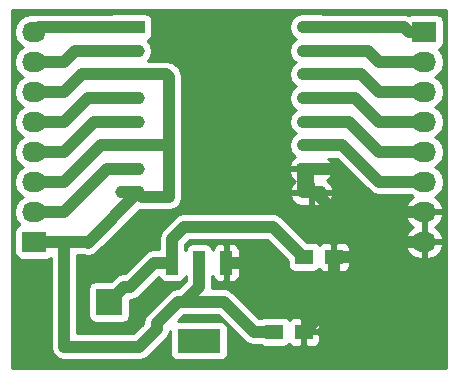
<source format=gbr>
G04 #@! TF.FileFunction,Copper,L1,Top,Signal*
%FSLAX46Y46*%
G04 Gerber Fmt 4.6, Leading zero omitted, Abs format (unit mm)*
G04 Created by KiCad (PCBNEW 0.201510090346+6256~30~ubuntu14.04.1-product) date Mon 23 Nov 2015 18:10:39 CET*
%MOMM*%
G01*
G04 APERTURE LIST*
%ADD10C,0.100000*%
%ADD11R,2.032000X1.727200*%
%ADD12O,2.032000X1.727200*%
%ADD13R,2.500000X1.100000*%
%ADD14O,2.500000X1.100000*%
%ADD15R,1.500000X1.250000*%
%ADD16R,2.235200X2.235200*%
%ADD17R,3.657600X2.032000*%
%ADD18R,1.016000X2.032000*%
%ADD19C,1.000000*%
%ADD20C,0.254000*%
G04 APERTURE END LIST*
D10*
D11*
X139700000Y-123190000D03*
D12*
X139700000Y-120650000D03*
X139700000Y-118110000D03*
X139700000Y-115570000D03*
X139700000Y-113030000D03*
X139700000Y-110490000D03*
X139700000Y-107950000D03*
X139700000Y-105410000D03*
D11*
X172720000Y-105410000D03*
D12*
X172720000Y-107950000D03*
X172720000Y-110490000D03*
X172720000Y-113030000D03*
X172720000Y-115570000D03*
X172720000Y-118110000D03*
X172720000Y-120650000D03*
X172720000Y-123190000D03*
D13*
X147801100Y-105003600D03*
D14*
X147801100Y-107003600D03*
X147801100Y-109003600D03*
X147801100Y-111003600D03*
X147801100Y-113003600D03*
X147801100Y-115003600D03*
X147801100Y-117003600D03*
X147801100Y-119003600D03*
X163201100Y-119003600D03*
X163101100Y-117003600D03*
X163201100Y-115003600D03*
X163201100Y-113003600D03*
X163201100Y-111003600D03*
X163201100Y-109003600D03*
X163201100Y-107003600D03*
X163201100Y-105003600D03*
D15*
X162580000Y-124460000D03*
X165080000Y-124460000D03*
X160040000Y-130810000D03*
X162540000Y-130810000D03*
D16*
X146050000Y-128270000D03*
D17*
X153670000Y-131572000D03*
D18*
X153670000Y-124968000D03*
X151384000Y-124968000D03*
X155956000Y-124968000D03*
D19*
X145886400Y-117003600D02*
X142240000Y-120650000D01*
X142240000Y-120650000D02*
X139700000Y-120650000D01*
X148501100Y-117003600D02*
X145886400Y-117003600D01*
X144806400Y-113003600D02*
X142240000Y-115570000D01*
X142240000Y-115570000D02*
X139700000Y-115570000D01*
X148501100Y-113003600D02*
X144806400Y-113003600D01*
X144266400Y-111003600D02*
X142240000Y-113030000D01*
X142240000Y-113030000D02*
X139700000Y-113030000D01*
X148501100Y-111003600D02*
X144266400Y-111003600D01*
X143186400Y-107003600D02*
X142240000Y-107950000D01*
X142240000Y-107950000D02*
X139700000Y-107950000D01*
X148501100Y-107003600D02*
X143186400Y-107003600D01*
X148501100Y-105003600D02*
X140106400Y-105003600D01*
X140106400Y-105003600D02*
X139700000Y-105410000D01*
X171450000Y-105410000D02*
X172720000Y-105410000D01*
X162501100Y-105003600D02*
X171043600Y-105003600D01*
X171043600Y-105003600D02*
X171450000Y-105410000D01*
X171450000Y-107950000D02*
X172720000Y-107950000D01*
X167963600Y-107003600D02*
X168910000Y-107950000D01*
X168910000Y-107950000D02*
X171450000Y-107950000D01*
X162501100Y-107003600D02*
X167963600Y-107003600D01*
X171450000Y-110490000D02*
X172720000Y-110490000D01*
X167423600Y-109003600D02*
X168910000Y-110490000D01*
X168910000Y-110490000D02*
X171450000Y-110490000D01*
X162501100Y-109003600D02*
X167423600Y-109003600D01*
X171450000Y-113030000D02*
X172720000Y-113030000D01*
X166883600Y-111003600D02*
X168910000Y-113030000D01*
X168910000Y-113030000D02*
X171450000Y-113030000D01*
X162501100Y-111003600D02*
X166883600Y-111003600D01*
X171450000Y-115570000D02*
X172720000Y-115570000D01*
X166343600Y-113003600D02*
X168910000Y-115570000D01*
X168910000Y-115570000D02*
X171450000Y-115570000D01*
X162501100Y-113003600D02*
X166343600Y-113003600D01*
X171450000Y-118110000D02*
X172720000Y-118110000D01*
X165803600Y-115003600D02*
X168910000Y-118110000D01*
X168910000Y-118110000D02*
X171450000Y-118110000D01*
X162501100Y-115003600D02*
X165803600Y-115003600D01*
X162501100Y-117003600D02*
X162501100Y-119003600D01*
X171450000Y-120650000D02*
X172720000Y-120650000D01*
X165263600Y-117003600D02*
X168910000Y-120650000D01*
X168910000Y-120650000D02*
X171450000Y-120650000D01*
X162501100Y-117003600D02*
X165263600Y-117003600D01*
X171450000Y-123190000D02*
X172720000Y-123190000D01*
X165080000Y-124460000D02*
X165080000Y-127000000D01*
X165080000Y-127000000D02*
X165080000Y-128270000D01*
X155956000Y-124968000D02*
X157464000Y-124968000D01*
X157464000Y-124968000D02*
X159496000Y-127000000D01*
X159496000Y-127000000D02*
X165080000Y-127000000D01*
X165080000Y-128270000D02*
X162540000Y-130810000D01*
X167640000Y-123190000D02*
X167640000Y-123650000D01*
X167640000Y-123650000D02*
X166830000Y-124460000D01*
X166830000Y-124460000D02*
X165080000Y-124460000D01*
X163453600Y-119003600D02*
X167640000Y-123190000D01*
X167640000Y-123190000D02*
X171450000Y-123190000D01*
X162501100Y-119003600D02*
X163453600Y-119003600D01*
X146050000Y-128270000D02*
X147320000Y-127000000D01*
X147844000Y-127000000D02*
X147320000Y-127000000D01*
X149876000Y-124968000D02*
X147844000Y-127000000D01*
X151384000Y-124968000D02*
X149876000Y-124968000D01*
X152400000Y-121920000D02*
X151384000Y-122936000D01*
X151384000Y-122936000D02*
X151384000Y-124968000D01*
X159915000Y-121920000D02*
X152400000Y-121920000D01*
X162580000Y-124460000D02*
X162455000Y-124460000D01*
X162455000Y-124460000D02*
X159915000Y-121920000D01*
X148501100Y-115003600D02*
X151130000Y-115003600D01*
X151130000Y-115003600D02*
X151130000Y-114935000D01*
X145346400Y-115003600D02*
X142240000Y-118110000D01*
X142240000Y-118110000D02*
X139700000Y-118110000D01*
X148501100Y-115003600D02*
X145346400Y-115003600D01*
X148501100Y-109003600D02*
X150913600Y-109003600D01*
X151130000Y-109220000D02*
X151130000Y-114935000D01*
X150913600Y-109003600D02*
X151130000Y-109220000D01*
X151130000Y-114935000D02*
X151130000Y-119380000D01*
X151130000Y-119380000D02*
X148877500Y-119380000D01*
X148877500Y-119380000D02*
X148501100Y-119003600D01*
X144314700Y-123190000D02*
X142240000Y-123190000D01*
X142240000Y-123190000D02*
X139700000Y-123190000D01*
X142240000Y-132080000D02*
X142240000Y-123190000D01*
X148590000Y-132080000D02*
X142240000Y-132080000D01*
X150084397Y-130585603D02*
X148590000Y-132080000D01*
X150084397Y-130087601D02*
X150084397Y-130585603D01*
X144232399Y-123272301D02*
X144314700Y-123190000D01*
X151901998Y-128270000D02*
X150084397Y-130087601D01*
X153670000Y-124968000D02*
X153670000Y-126984000D01*
X153670000Y-126984000D02*
X152384000Y-128270000D01*
X152384000Y-128270000D02*
X151901998Y-128270000D01*
X155750000Y-128270000D02*
X151901998Y-128270000D01*
X160040000Y-130810000D02*
X158290000Y-130810000D01*
X158290000Y-130810000D02*
X155750000Y-128270000D01*
X148501100Y-119003600D02*
X144314700Y-123190000D01*
X143726400Y-109003600D02*
X142240000Y-110490000D01*
X142240000Y-110490000D02*
X139700000Y-110490000D01*
X148501100Y-109003600D02*
X143726400Y-109003600D01*
D20*
G36*
X174550000Y-133910000D02*
X137870000Y-133910000D01*
X137870000Y-105410000D01*
X138016655Y-105410000D01*
X138130729Y-105983489D01*
X138455585Y-106469670D01*
X138770366Y-106680000D01*
X138455585Y-106890330D01*
X138130729Y-107376511D01*
X138016655Y-107950000D01*
X138130729Y-108523489D01*
X138455585Y-109009670D01*
X138770366Y-109220000D01*
X138455585Y-109430330D01*
X138130729Y-109916511D01*
X138016655Y-110490000D01*
X138130729Y-111063489D01*
X138455585Y-111549670D01*
X138770366Y-111760000D01*
X138455585Y-111970330D01*
X138130729Y-112456511D01*
X138016655Y-113030000D01*
X138130729Y-113603489D01*
X138455585Y-114089670D01*
X138770366Y-114300000D01*
X138455585Y-114510330D01*
X138130729Y-114996511D01*
X138016655Y-115570000D01*
X138130729Y-116143489D01*
X138455585Y-116629670D01*
X138770366Y-116840000D01*
X138455585Y-117050330D01*
X138130729Y-117536511D01*
X138016655Y-118110000D01*
X138130729Y-118683489D01*
X138455585Y-119169670D01*
X138770366Y-119380000D01*
X138455585Y-119590330D01*
X138130729Y-120076511D01*
X138016655Y-120650000D01*
X138130729Y-121223489D01*
X138455585Y-121709670D01*
X138469913Y-121719243D01*
X138448683Y-121723238D01*
X138232559Y-121862310D01*
X138087569Y-122074510D01*
X138036560Y-122326400D01*
X138036560Y-124053600D01*
X138080838Y-124288917D01*
X138219910Y-124505041D01*
X138432110Y-124650031D01*
X138684000Y-124701040D01*
X140716000Y-124701040D01*
X140951317Y-124656762D01*
X141105000Y-124557870D01*
X141105000Y-132080000D01*
X141191397Y-132514346D01*
X141437434Y-132882566D01*
X141805654Y-133128603D01*
X142240000Y-133215000D01*
X148590000Y-133215000D01*
X149024346Y-133128603D01*
X149392566Y-132882566D01*
X150886964Y-131388169D01*
X151133001Y-131019948D01*
X151193760Y-130714490D01*
X151193760Y-132588000D01*
X151238038Y-132823317D01*
X151377110Y-133039441D01*
X151589310Y-133184431D01*
X151841200Y-133235440D01*
X155498800Y-133235440D01*
X155734117Y-133191162D01*
X155950241Y-133052090D01*
X156095231Y-132839890D01*
X156146240Y-132588000D01*
X156146240Y-130556000D01*
X156101962Y-130320683D01*
X155962890Y-130104559D01*
X155750690Y-129959569D01*
X155498800Y-129908560D01*
X151868570Y-129908560D01*
X152372130Y-129405000D01*
X155279868Y-129405000D01*
X157487433Y-131612566D01*
X157760015Y-131794699D01*
X157855654Y-131858603D01*
X158290000Y-131945000D01*
X158911614Y-131945000D01*
X159038110Y-132031431D01*
X159290000Y-132082440D01*
X160790000Y-132082440D01*
X161025317Y-132038162D01*
X161241441Y-131899090D01*
X161287969Y-131830994D01*
X161430302Y-131973327D01*
X161663691Y-132070000D01*
X162254250Y-132070000D01*
X162413000Y-131911250D01*
X162413000Y-130937000D01*
X162667000Y-130937000D01*
X162667000Y-131911250D01*
X162825750Y-132070000D01*
X163416309Y-132070000D01*
X163649698Y-131973327D01*
X163828327Y-131794699D01*
X163925000Y-131561310D01*
X163925000Y-131095750D01*
X163766250Y-130937000D01*
X162667000Y-130937000D01*
X162413000Y-130937000D01*
X162393000Y-130937000D01*
X162393000Y-130683000D01*
X162413000Y-130683000D01*
X162413000Y-129708750D01*
X162667000Y-129708750D01*
X162667000Y-130683000D01*
X163766250Y-130683000D01*
X163925000Y-130524250D01*
X163925000Y-130058690D01*
X163828327Y-129825301D01*
X163649698Y-129646673D01*
X163416309Y-129550000D01*
X162825750Y-129550000D01*
X162667000Y-129708750D01*
X162413000Y-129708750D01*
X162254250Y-129550000D01*
X161663691Y-129550000D01*
X161430302Y-129646673D01*
X161289064Y-129787910D01*
X161254090Y-129733559D01*
X161041890Y-129588569D01*
X160790000Y-129537560D01*
X159290000Y-129537560D01*
X159054683Y-129581838D01*
X158909905Y-129675000D01*
X158760133Y-129675000D01*
X156552566Y-127467434D01*
X156503045Y-127434345D01*
X156184346Y-127221397D01*
X155750000Y-127135000D01*
X154774964Y-127135000D01*
X154805000Y-126984000D01*
X154805000Y-126084936D01*
X154813000Y-126045431D01*
X154813000Y-126110310D01*
X154909673Y-126343699D01*
X155088302Y-126522327D01*
X155321691Y-126619000D01*
X155670250Y-126619000D01*
X155829000Y-126460250D01*
X155829000Y-125095000D01*
X156083000Y-125095000D01*
X156083000Y-126460250D01*
X156241750Y-126619000D01*
X156590309Y-126619000D01*
X156823698Y-126522327D01*
X157002327Y-126343699D01*
X157099000Y-126110310D01*
X157099000Y-125253750D01*
X156940250Y-125095000D01*
X156083000Y-125095000D01*
X155829000Y-125095000D01*
X155809000Y-125095000D01*
X155809000Y-124841000D01*
X155829000Y-124841000D01*
X155829000Y-123475750D01*
X156083000Y-123475750D01*
X156083000Y-124841000D01*
X156940250Y-124841000D01*
X157099000Y-124682250D01*
X157099000Y-123825690D01*
X157002327Y-123592301D01*
X156823698Y-123413673D01*
X156590309Y-123317000D01*
X156241750Y-123317000D01*
X156083000Y-123475750D01*
X155829000Y-123475750D01*
X155670250Y-123317000D01*
X155321691Y-123317000D01*
X155088302Y-123413673D01*
X154909673Y-123592301D01*
X154813000Y-123825690D01*
X154813000Y-123885887D01*
X154781162Y-123716683D01*
X154642090Y-123500559D01*
X154429890Y-123355569D01*
X154178000Y-123304560D01*
X153162000Y-123304560D01*
X152926683Y-123348838D01*
X152710559Y-123487910D01*
X152565569Y-123700110D01*
X152527457Y-123888314D01*
X152519000Y-123843371D01*
X152519000Y-123406132D01*
X152870132Y-123055000D01*
X159444868Y-123055000D01*
X161182560Y-124792693D01*
X161182560Y-125085000D01*
X161226838Y-125320317D01*
X161365910Y-125536441D01*
X161578110Y-125681431D01*
X161830000Y-125732440D01*
X163330000Y-125732440D01*
X163565317Y-125688162D01*
X163781441Y-125549090D01*
X163827969Y-125480994D01*
X163970302Y-125623327D01*
X164203691Y-125720000D01*
X164794250Y-125720000D01*
X164953000Y-125561250D01*
X164953000Y-124587000D01*
X165207000Y-124587000D01*
X165207000Y-125561250D01*
X165365750Y-125720000D01*
X165956309Y-125720000D01*
X166189698Y-125623327D01*
X166368327Y-125444699D01*
X166465000Y-125211310D01*
X166465000Y-124745750D01*
X166306250Y-124587000D01*
X165207000Y-124587000D01*
X164953000Y-124587000D01*
X164933000Y-124587000D01*
X164933000Y-124333000D01*
X164953000Y-124333000D01*
X164953000Y-123358750D01*
X165207000Y-123358750D01*
X165207000Y-124333000D01*
X166306250Y-124333000D01*
X166465000Y-124174250D01*
X166465000Y-123708690D01*
X166398865Y-123549026D01*
X171112642Y-123549026D01*
X171115291Y-123564791D01*
X171369268Y-124092036D01*
X171805680Y-124481954D01*
X172358087Y-124675184D01*
X172593000Y-124530924D01*
X172593000Y-123317000D01*
X172847000Y-123317000D01*
X172847000Y-124530924D01*
X173081913Y-124675184D01*
X173634320Y-124481954D01*
X174070732Y-124092036D01*
X174324709Y-123564791D01*
X174327358Y-123549026D01*
X174206217Y-123317000D01*
X172847000Y-123317000D01*
X172593000Y-123317000D01*
X171233783Y-123317000D01*
X171112642Y-123549026D01*
X166398865Y-123549026D01*
X166368327Y-123475301D01*
X166189698Y-123296673D01*
X165956309Y-123200000D01*
X165365750Y-123200000D01*
X165207000Y-123358750D01*
X164953000Y-123358750D01*
X164794250Y-123200000D01*
X164203691Y-123200000D01*
X163970302Y-123296673D01*
X163829064Y-123437910D01*
X163794090Y-123383559D01*
X163581890Y-123238569D01*
X163330000Y-123187560D01*
X162787693Y-123187560D01*
X160717566Y-121117434D01*
X160555322Y-121009026D01*
X171112642Y-121009026D01*
X171115291Y-121024791D01*
X171369268Y-121552036D01*
X171781108Y-121920000D01*
X171369268Y-122287964D01*
X171115291Y-122815209D01*
X171112642Y-122830974D01*
X171233783Y-123063000D01*
X172593000Y-123063000D01*
X172593000Y-120777000D01*
X172847000Y-120777000D01*
X172847000Y-123063000D01*
X174206217Y-123063000D01*
X174327358Y-122830974D01*
X174324709Y-122815209D01*
X174070732Y-122287964D01*
X173658892Y-121920000D01*
X174070732Y-121552036D01*
X174324709Y-121024791D01*
X174327358Y-121009026D01*
X174206217Y-120777000D01*
X172847000Y-120777000D01*
X172593000Y-120777000D01*
X171233783Y-120777000D01*
X171112642Y-121009026D01*
X160555322Y-121009026D01*
X160349346Y-120871397D01*
X159915000Y-120785000D01*
X152400000Y-120785000D01*
X151965654Y-120871397D01*
X151759678Y-121009026D01*
X151597434Y-121117434D01*
X150581434Y-122133434D01*
X150335397Y-122501654D01*
X150249000Y-122936000D01*
X150249000Y-123833000D01*
X149876000Y-123833000D01*
X149441654Y-123919397D01*
X149208977Y-124074867D01*
X149073434Y-124165434D01*
X147373868Y-125865000D01*
X147320000Y-125865000D01*
X146885654Y-125951397D01*
X146647824Y-126110310D01*
X146517434Y-126197434D01*
X146209908Y-126504960D01*
X144932400Y-126504960D01*
X144697083Y-126549238D01*
X144480959Y-126688310D01*
X144335969Y-126900510D01*
X144284960Y-127152400D01*
X144284960Y-129387600D01*
X144329238Y-129622917D01*
X144468310Y-129839041D01*
X144680510Y-129984031D01*
X144932400Y-130035040D01*
X147167600Y-130035040D01*
X147402917Y-129990762D01*
X147619041Y-129851690D01*
X147764031Y-129639490D01*
X147815040Y-129387600D01*
X147815040Y-128135000D01*
X147844000Y-128135000D01*
X148278346Y-128048603D01*
X148646566Y-127802566D01*
X150266025Y-126183107D01*
X150272838Y-126219317D01*
X150411910Y-126435441D01*
X150624110Y-126580431D01*
X150876000Y-126631440D01*
X151892000Y-126631440D01*
X152127317Y-126587162D01*
X152343441Y-126448090D01*
X152488431Y-126235890D01*
X152526543Y-126047686D01*
X152535000Y-126092629D01*
X152535000Y-126513868D01*
X151913868Y-127135000D01*
X151901998Y-127135000D01*
X151467652Y-127221397D01*
X151148953Y-127434345D01*
X151099432Y-127467434D01*
X149281831Y-129285035D01*
X149035794Y-129653255D01*
X148949397Y-130087601D01*
X148949397Y-130115470D01*
X148119868Y-130945000D01*
X143375000Y-130945000D01*
X143375000Y-124325000D01*
X143818646Y-124325000D01*
X144232399Y-124407301D01*
X144666744Y-124320904D01*
X145034965Y-124074867D01*
X148641730Y-120468102D01*
X148877500Y-120515000D01*
X151130000Y-120515000D01*
X151564346Y-120428603D01*
X151932566Y-120182566D01*
X152178603Y-119814346D01*
X152265000Y-119380000D01*
X152265000Y-119313344D01*
X161357297Y-119313344D01*
X161357702Y-119339746D01*
X161573376Y-119751718D01*
X161930287Y-120049796D01*
X162374100Y-120188600D01*
X163074100Y-120188600D01*
X163074100Y-119130600D01*
X163328100Y-119130600D01*
X163328100Y-120188600D01*
X164028100Y-120188600D01*
X164471913Y-120049796D01*
X164828824Y-119751718D01*
X165044498Y-119339746D01*
X165044903Y-119313344D01*
X164919461Y-119130600D01*
X163328100Y-119130600D01*
X163074100Y-119130600D01*
X161482739Y-119130600D01*
X161357297Y-119313344D01*
X152265000Y-119313344D01*
X152265000Y-117313344D01*
X161257297Y-117313344D01*
X161257702Y-117339746D01*
X161473376Y-117751718D01*
X161824973Y-118045358D01*
X161573376Y-118255482D01*
X161357702Y-118667454D01*
X161357297Y-118693856D01*
X161482739Y-118876600D01*
X163074100Y-118876600D01*
X163074100Y-117818600D01*
X162974100Y-117818600D01*
X162974100Y-117130600D01*
X163228100Y-117130600D01*
X163228100Y-118188600D01*
X163328100Y-118188600D01*
X163328100Y-118876600D01*
X164919461Y-118876600D01*
X165044903Y-118693856D01*
X165044498Y-118667454D01*
X164828824Y-118255482D01*
X164477227Y-117961842D01*
X164728824Y-117751718D01*
X164944498Y-117339746D01*
X164944903Y-117313344D01*
X164819461Y-117130600D01*
X163228100Y-117130600D01*
X162974100Y-117130600D01*
X161382739Y-117130600D01*
X161257297Y-117313344D01*
X152265000Y-117313344D01*
X152265000Y-116693856D01*
X161257297Y-116693856D01*
X161382739Y-116876600D01*
X162974100Y-116876600D01*
X162974100Y-116856600D01*
X163228100Y-116856600D01*
X163228100Y-116876600D01*
X164819461Y-116876600D01*
X164944903Y-116693856D01*
X164944498Y-116667454D01*
X164728824Y-116255482D01*
X164588872Y-116138600D01*
X165333468Y-116138600D01*
X168107434Y-118912566D01*
X168475654Y-119158603D01*
X168910000Y-119245000D01*
X171588324Y-119245000D01*
X171785069Y-119376461D01*
X171369268Y-119747964D01*
X171115291Y-120275209D01*
X171112642Y-120290974D01*
X171233783Y-120523000D01*
X172593000Y-120523000D01*
X172593000Y-120503000D01*
X172847000Y-120503000D01*
X172847000Y-120523000D01*
X174206217Y-120523000D01*
X174327358Y-120290974D01*
X174324709Y-120275209D01*
X174070732Y-119747964D01*
X173654931Y-119376461D01*
X173964415Y-119169670D01*
X174289271Y-118683489D01*
X174403345Y-118110000D01*
X174289271Y-117536511D01*
X173964415Y-117050330D01*
X173649634Y-116840000D01*
X173964415Y-116629670D01*
X174289271Y-116143489D01*
X174403345Y-115570000D01*
X174289271Y-114996511D01*
X173964415Y-114510330D01*
X173649634Y-114300000D01*
X173964415Y-114089670D01*
X174289271Y-113603489D01*
X174403345Y-113030000D01*
X174289271Y-112456511D01*
X173964415Y-111970330D01*
X173649634Y-111760000D01*
X173964415Y-111549670D01*
X174289271Y-111063489D01*
X174403345Y-110490000D01*
X174289271Y-109916511D01*
X173964415Y-109430330D01*
X173649634Y-109220000D01*
X173964415Y-109009670D01*
X174289271Y-108523489D01*
X174403345Y-107950000D01*
X174289271Y-107376511D01*
X173964415Y-106890330D01*
X173950087Y-106880757D01*
X173971317Y-106876762D01*
X174187441Y-106737690D01*
X174332431Y-106525490D01*
X174383440Y-106273600D01*
X174383440Y-104546400D01*
X174339162Y-104311083D01*
X174200090Y-104094959D01*
X173987890Y-103949969D01*
X173736000Y-103898960D01*
X171704000Y-103898960D01*
X171468683Y-103943238D01*
X171456911Y-103950813D01*
X171043600Y-103868600D01*
X164189395Y-103868600D01*
X163938029Y-103818600D01*
X162464171Y-103818600D01*
X162010691Y-103908803D01*
X161626249Y-104165678D01*
X161369374Y-104550120D01*
X161279171Y-105003600D01*
X161369374Y-105457080D01*
X161626249Y-105841522D01*
X161868817Y-106003600D01*
X161626249Y-106165678D01*
X161369374Y-106550120D01*
X161279171Y-107003600D01*
X161369374Y-107457080D01*
X161626249Y-107841522D01*
X161868817Y-108003600D01*
X161626249Y-108165678D01*
X161369374Y-108550120D01*
X161279171Y-109003600D01*
X161369374Y-109457080D01*
X161626249Y-109841522D01*
X161868817Y-110003600D01*
X161626249Y-110165678D01*
X161369374Y-110550120D01*
X161279171Y-111003600D01*
X161369374Y-111457080D01*
X161626249Y-111841522D01*
X161868817Y-112003600D01*
X161626249Y-112165678D01*
X161369374Y-112550120D01*
X161279171Y-113003600D01*
X161369374Y-113457080D01*
X161626249Y-113841522D01*
X161868817Y-114003600D01*
X161626249Y-114165678D01*
X161369374Y-114550120D01*
X161279171Y-115003600D01*
X161369374Y-115457080D01*
X161626249Y-115841522D01*
X161816683Y-115968765D01*
X161473376Y-116255482D01*
X161257702Y-116667454D01*
X161257297Y-116693856D01*
X152265000Y-116693856D01*
X152265000Y-109220000D01*
X152178603Y-108785654D01*
X151932566Y-108417434D01*
X151716166Y-108201034D01*
X151542509Y-108085000D01*
X151347946Y-107954997D01*
X150913600Y-107868600D01*
X149335426Y-107868600D01*
X149375951Y-107841522D01*
X149632826Y-107457080D01*
X149723029Y-107003600D01*
X149632826Y-106550120D01*
X149375951Y-106165678D01*
X149325229Y-106131787D01*
X149502541Y-106017690D01*
X149647531Y-105805490D01*
X149698540Y-105553600D01*
X149698540Y-104453600D01*
X149654262Y-104218283D01*
X149515190Y-104002159D01*
X149302990Y-103857169D01*
X149051100Y-103806160D01*
X146551100Y-103806160D01*
X146315783Y-103850438D01*
X146287558Y-103868600D01*
X140106400Y-103868600D01*
X139887988Y-103912045D01*
X139884745Y-103911400D01*
X139515255Y-103911400D01*
X138941766Y-104025474D01*
X138455585Y-104350330D01*
X138130729Y-104836511D01*
X138016655Y-105410000D01*
X137870000Y-105410000D01*
X137870000Y-103580000D01*
X174550000Y-103580000D01*
X174550000Y-133910000D01*
X174550000Y-133910000D01*
G37*
X174550000Y-133910000D02*
X137870000Y-133910000D01*
X137870000Y-105410000D01*
X138016655Y-105410000D01*
X138130729Y-105983489D01*
X138455585Y-106469670D01*
X138770366Y-106680000D01*
X138455585Y-106890330D01*
X138130729Y-107376511D01*
X138016655Y-107950000D01*
X138130729Y-108523489D01*
X138455585Y-109009670D01*
X138770366Y-109220000D01*
X138455585Y-109430330D01*
X138130729Y-109916511D01*
X138016655Y-110490000D01*
X138130729Y-111063489D01*
X138455585Y-111549670D01*
X138770366Y-111760000D01*
X138455585Y-111970330D01*
X138130729Y-112456511D01*
X138016655Y-113030000D01*
X138130729Y-113603489D01*
X138455585Y-114089670D01*
X138770366Y-114300000D01*
X138455585Y-114510330D01*
X138130729Y-114996511D01*
X138016655Y-115570000D01*
X138130729Y-116143489D01*
X138455585Y-116629670D01*
X138770366Y-116840000D01*
X138455585Y-117050330D01*
X138130729Y-117536511D01*
X138016655Y-118110000D01*
X138130729Y-118683489D01*
X138455585Y-119169670D01*
X138770366Y-119380000D01*
X138455585Y-119590330D01*
X138130729Y-120076511D01*
X138016655Y-120650000D01*
X138130729Y-121223489D01*
X138455585Y-121709670D01*
X138469913Y-121719243D01*
X138448683Y-121723238D01*
X138232559Y-121862310D01*
X138087569Y-122074510D01*
X138036560Y-122326400D01*
X138036560Y-124053600D01*
X138080838Y-124288917D01*
X138219910Y-124505041D01*
X138432110Y-124650031D01*
X138684000Y-124701040D01*
X140716000Y-124701040D01*
X140951317Y-124656762D01*
X141105000Y-124557870D01*
X141105000Y-132080000D01*
X141191397Y-132514346D01*
X141437434Y-132882566D01*
X141805654Y-133128603D01*
X142240000Y-133215000D01*
X148590000Y-133215000D01*
X149024346Y-133128603D01*
X149392566Y-132882566D01*
X150886964Y-131388169D01*
X151133001Y-131019948D01*
X151193760Y-130714490D01*
X151193760Y-132588000D01*
X151238038Y-132823317D01*
X151377110Y-133039441D01*
X151589310Y-133184431D01*
X151841200Y-133235440D01*
X155498800Y-133235440D01*
X155734117Y-133191162D01*
X155950241Y-133052090D01*
X156095231Y-132839890D01*
X156146240Y-132588000D01*
X156146240Y-130556000D01*
X156101962Y-130320683D01*
X155962890Y-130104559D01*
X155750690Y-129959569D01*
X155498800Y-129908560D01*
X151868570Y-129908560D01*
X152372130Y-129405000D01*
X155279868Y-129405000D01*
X157487433Y-131612566D01*
X157760015Y-131794699D01*
X157855654Y-131858603D01*
X158290000Y-131945000D01*
X158911614Y-131945000D01*
X159038110Y-132031431D01*
X159290000Y-132082440D01*
X160790000Y-132082440D01*
X161025317Y-132038162D01*
X161241441Y-131899090D01*
X161287969Y-131830994D01*
X161430302Y-131973327D01*
X161663691Y-132070000D01*
X162254250Y-132070000D01*
X162413000Y-131911250D01*
X162413000Y-130937000D01*
X162667000Y-130937000D01*
X162667000Y-131911250D01*
X162825750Y-132070000D01*
X163416309Y-132070000D01*
X163649698Y-131973327D01*
X163828327Y-131794699D01*
X163925000Y-131561310D01*
X163925000Y-131095750D01*
X163766250Y-130937000D01*
X162667000Y-130937000D01*
X162413000Y-130937000D01*
X162393000Y-130937000D01*
X162393000Y-130683000D01*
X162413000Y-130683000D01*
X162413000Y-129708750D01*
X162667000Y-129708750D01*
X162667000Y-130683000D01*
X163766250Y-130683000D01*
X163925000Y-130524250D01*
X163925000Y-130058690D01*
X163828327Y-129825301D01*
X163649698Y-129646673D01*
X163416309Y-129550000D01*
X162825750Y-129550000D01*
X162667000Y-129708750D01*
X162413000Y-129708750D01*
X162254250Y-129550000D01*
X161663691Y-129550000D01*
X161430302Y-129646673D01*
X161289064Y-129787910D01*
X161254090Y-129733559D01*
X161041890Y-129588569D01*
X160790000Y-129537560D01*
X159290000Y-129537560D01*
X159054683Y-129581838D01*
X158909905Y-129675000D01*
X158760133Y-129675000D01*
X156552566Y-127467434D01*
X156503045Y-127434345D01*
X156184346Y-127221397D01*
X155750000Y-127135000D01*
X154774964Y-127135000D01*
X154805000Y-126984000D01*
X154805000Y-126084936D01*
X154813000Y-126045431D01*
X154813000Y-126110310D01*
X154909673Y-126343699D01*
X155088302Y-126522327D01*
X155321691Y-126619000D01*
X155670250Y-126619000D01*
X155829000Y-126460250D01*
X155829000Y-125095000D01*
X156083000Y-125095000D01*
X156083000Y-126460250D01*
X156241750Y-126619000D01*
X156590309Y-126619000D01*
X156823698Y-126522327D01*
X157002327Y-126343699D01*
X157099000Y-126110310D01*
X157099000Y-125253750D01*
X156940250Y-125095000D01*
X156083000Y-125095000D01*
X155829000Y-125095000D01*
X155809000Y-125095000D01*
X155809000Y-124841000D01*
X155829000Y-124841000D01*
X155829000Y-123475750D01*
X156083000Y-123475750D01*
X156083000Y-124841000D01*
X156940250Y-124841000D01*
X157099000Y-124682250D01*
X157099000Y-123825690D01*
X157002327Y-123592301D01*
X156823698Y-123413673D01*
X156590309Y-123317000D01*
X156241750Y-123317000D01*
X156083000Y-123475750D01*
X155829000Y-123475750D01*
X155670250Y-123317000D01*
X155321691Y-123317000D01*
X155088302Y-123413673D01*
X154909673Y-123592301D01*
X154813000Y-123825690D01*
X154813000Y-123885887D01*
X154781162Y-123716683D01*
X154642090Y-123500559D01*
X154429890Y-123355569D01*
X154178000Y-123304560D01*
X153162000Y-123304560D01*
X152926683Y-123348838D01*
X152710559Y-123487910D01*
X152565569Y-123700110D01*
X152527457Y-123888314D01*
X152519000Y-123843371D01*
X152519000Y-123406132D01*
X152870132Y-123055000D01*
X159444868Y-123055000D01*
X161182560Y-124792693D01*
X161182560Y-125085000D01*
X161226838Y-125320317D01*
X161365910Y-125536441D01*
X161578110Y-125681431D01*
X161830000Y-125732440D01*
X163330000Y-125732440D01*
X163565317Y-125688162D01*
X163781441Y-125549090D01*
X163827969Y-125480994D01*
X163970302Y-125623327D01*
X164203691Y-125720000D01*
X164794250Y-125720000D01*
X164953000Y-125561250D01*
X164953000Y-124587000D01*
X165207000Y-124587000D01*
X165207000Y-125561250D01*
X165365750Y-125720000D01*
X165956309Y-125720000D01*
X166189698Y-125623327D01*
X166368327Y-125444699D01*
X166465000Y-125211310D01*
X166465000Y-124745750D01*
X166306250Y-124587000D01*
X165207000Y-124587000D01*
X164953000Y-124587000D01*
X164933000Y-124587000D01*
X164933000Y-124333000D01*
X164953000Y-124333000D01*
X164953000Y-123358750D01*
X165207000Y-123358750D01*
X165207000Y-124333000D01*
X166306250Y-124333000D01*
X166465000Y-124174250D01*
X166465000Y-123708690D01*
X166398865Y-123549026D01*
X171112642Y-123549026D01*
X171115291Y-123564791D01*
X171369268Y-124092036D01*
X171805680Y-124481954D01*
X172358087Y-124675184D01*
X172593000Y-124530924D01*
X172593000Y-123317000D01*
X172847000Y-123317000D01*
X172847000Y-124530924D01*
X173081913Y-124675184D01*
X173634320Y-124481954D01*
X174070732Y-124092036D01*
X174324709Y-123564791D01*
X174327358Y-123549026D01*
X174206217Y-123317000D01*
X172847000Y-123317000D01*
X172593000Y-123317000D01*
X171233783Y-123317000D01*
X171112642Y-123549026D01*
X166398865Y-123549026D01*
X166368327Y-123475301D01*
X166189698Y-123296673D01*
X165956309Y-123200000D01*
X165365750Y-123200000D01*
X165207000Y-123358750D01*
X164953000Y-123358750D01*
X164794250Y-123200000D01*
X164203691Y-123200000D01*
X163970302Y-123296673D01*
X163829064Y-123437910D01*
X163794090Y-123383559D01*
X163581890Y-123238569D01*
X163330000Y-123187560D01*
X162787693Y-123187560D01*
X160717566Y-121117434D01*
X160555322Y-121009026D01*
X171112642Y-121009026D01*
X171115291Y-121024791D01*
X171369268Y-121552036D01*
X171781108Y-121920000D01*
X171369268Y-122287964D01*
X171115291Y-122815209D01*
X171112642Y-122830974D01*
X171233783Y-123063000D01*
X172593000Y-123063000D01*
X172593000Y-120777000D01*
X172847000Y-120777000D01*
X172847000Y-123063000D01*
X174206217Y-123063000D01*
X174327358Y-122830974D01*
X174324709Y-122815209D01*
X174070732Y-122287964D01*
X173658892Y-121920000D01*
X174070732Y-121552036D01*
X174324709Y-121024791D01*
X174327358Y-121009026D01*
X174206217Y-120777000D01*
X172847000Y-120777000D01*
X172593000Y-120777000D01*
X171233783Y-120777000D01*
X171112642Y-121009026D01*
X160555322Y-121009026D01*
X160349346Y-120871397D01*
X159915000Y-120785000D01*
X152400000Y-120785000D01*
X151965654Y-120871397D01*
X151759678Y-121009026D01*
X151597434Y-121117434D01*
X150581434Y-122133434D01*
X150335397Y-122501654D01*
X150249000Y-122936000D01*
X150249000Y-123833000D01*
X149876000Y-123833000D01*
X149441654Y-123919397D01*
X149208977Y-124074867D01*
X149073434Y-124165434D01*
X147373868Y-125865000D01*
X147320000Y-125865000D01*
X146885654Y-125951397D01*
X146647824Y-126110310D01*
X146517434Y-126197434D01*
X146209908Y-126504960D01*
X144932400Y-126504960D01*
X144697083Y-126549238D01*
X144480959Y-126688310D01*
X144335969Y-126900510D01*
X144284960Y-127152400D01*
X144284960Y-129387600D01*
X144329238Y-129622917D01*
X144468310Y-129839041D01*
X144680510Y-129984031D01*
X144932400Y-130035040D01*
X147167600Y-130035040D01*
X147402917Y-129990762D01*
X147619041Y-129851690D01*
X147764031Y-129639490D01*
X147815040Y-129387600D01*
X147815040Y-128135000D01*
X147844000Y-128135000D01*
X148278346Y-128048603D01*
X148646566Y-127802566D01*
X150266025Y-126183107D01*
X150272838Y-126219317D01*
X150411910Y-126435441D01*
X150624110Y-126580431D01*
X150876000Y-126631440D01*
X151892000Y-126631440D01*
X152127317Y-126587162D01*
X152343441Y-126448090D01*
X152488431Y-126235890D01*
X152526543Y-126047686D01*
X152535000Y-126092629D01*
X152535000Y-126513868D01*
X151913868Y-127135000D01*
X151901998Y-127135000D01*
X151467652Y-127221397D01*
X151148953Y-127434345D01*
X151099432Y-127467434D01*
X149281831Y-129285035D01*
X149035794Y-129653255D01*
X148949397Y-130087601D01*
X148949397Y-130115470D01*
X148119868Y-130945000D01*
X143375000Y-130945000D01*
X143375000Y-124325000D01*
X143818646Y-124325000D01*
X144232399Y-124407301D01*
X144666744Y-124320904D01*
X145034965Y-124074867D01*
X148641730Y-120468102D01*
X148877500Y-120515000D01*
X151130000Y-120515000D01*
X151564346Y-120428603D01*
X151932566Y-120182566D01*
X152178603Y-119814346D01*
X152265000Y-119380000D01*
X152265000Y-119313344D01*
X161357297Y-119313344D01*
X161357702Y-119339746D01*
X161573376Y-119751718D01*
X161930287Y-120049796D01*
X162374100Y-120188600D01*
X163074100Y-120188600D01*
X163074100Y-119130600D01*
X163328100Y-119130600D01*
X163328100Y-120188600D01*
X164028100Y-120188600D01*
X164471913Y-120049796D01*
X164828824Y-119751718D01*
X165044498Y-119339746D01*
X165044903Y-119313344D01*
X164919461Y-119130600D01*
X163328100Y-119130600D01*
X163074100Y-119130600D01*
X161482739Y-119130600D01*
X161357297Y-119313344D01*
X152265000Y-119313344D01*
X152265000Y-117313344D01*
X161257297Y-117313344D01*
X161257702Y-117339746D01*
X161473376Y-117751718D01*
X161824973Y-118045358D01*
X161573376Y-118255482D01*
X161357702Y-118667454D01*
X161357297Y-118693856D01*
X161482739Y-118876600D01*
X163074100Y-118876600D01*
X163074100Y-117818600D01*
X162974100Y-117818600D01*
X162974100Y-117130600D01*
X163228100Y-117130600D01*
X163228100Y-118188600D01*
X163328100Y-118188600D01*
X163328100Y-118876600D01*
X164919461Y-118876600D01*
X165044903Y-118693856D01*
X165044498Y-118667454D01*
X164828824Y-118255482D01*
X164477227Y-117961842D01*
X164728824Y-117751718D01*
X164944498Y-117339746D01*
X164944903Y-117313344D01*
X164819461Y-117130600D01*
X163228100Y-117130600D01*
X162974100Y-117130600D01*
X161382739Y-117130600D01*
X161257297Y-117313344D01*
X152265000Y-117313344D01*
X152265000Y-116693856D01*
X161257297Y-116693856D01*
X161382739Y-116876600D01*
X162974100Y-116876600D01*
X162974100Y-116856600D01*
X163228100Y-116856600D01*
X163228100Y-116876600D01*
X164819461Y-116876600D01*
X164944903Y-116693856D01*
X164944498Y-116667454D01*
X164728824Y-116255482D01*
X164588872Y-116138600D01*
X165333468Y-116138600D01*
X168107434Y-118912566D01*
X168475654Y-119158603D01*
X168910000Y-119245000D01*
X171588324Y-119245000D01*
X171785069Y-119376461D01*
X171369268Y-119747964D01*
X171115291Y-120275209D01*
X171112642Y-120290974D01*
X171233783Y-120523000D01*
X172593000Y-120523000D01*
X172593000Y-120503000D01*
X172847000Y-120503000D01*
X172847000Y-120523000D01*
X174206217Y-120523000D01*
X174327358Y-120290974D01*
X174324709Y-120275209D01*
X174070732Y-119747964D01*
X173654931Y-119376461D01*
X173964415Y-119169670D01*
X174289271Y-118683489D01*
X174403345Y-118110000D01*
X174289271Y-117536511D01*
X173964415Y-117050330D01*
X173649634Y-116840000D01*
X173964415Y-116629670D01*
X174289271Y-116143489D01*
X174403345Y-115570000D01*
X174289271Y-114996511D01*
X173964415Y-114510330D01*
X173649634Y-114300000D01*
X173964415Y-114089670D01*
X174289271Y-113603489D01*
X174403345Y-113030000D01*
X174289271Y-112456511D01*
X173964415Y-111970330D01*
X173649634Y-111760000D01*
X173964415Y-111549670D01*
X174289271Y-111063489D01*
X174403345Y-110490000D01*
X174289271Y-109916511D01*
X173964415Y-109430330D01*
X173649634Y-109220000D01*
X173964415Y-109009670D01*
X174289271Y-108523489D01*
X174403345Y-107950000D01*
X174289271Y-107376511D01*
X173964415Y-106890330D01*
X173950087Y-106880757D01*
X173971317Y-106876762D01*
X174187441Y-106737690D01*
X174332431Y-106525490D01*
X174383440Y-106273600D01*
X174383440Y-104546400D01*
X174339162Y-104311083D01*
X174200090Y-104094959D01*
X173987890Y-103949969D01*
X173736000Y-103898960D01*
X171704000Y-103898960D01*
X171468683Y-103943238D01*
X171456911Y-103950813D01*
X171043600Y-103868600D01*
X164189395Y-103868600D01*
X163938029Y-103818600D01*
X162464171Y-103818600D01*
X162010691Y-103908803D01*
X161626249Y-104165678D01*
X161369374Y-104550120D01*
X161279171Y-105003600D01*
X161369374Y-105457080D01*
X161626249Y-105841522D01*
X161868817Y-106003600D01*
X161626249Y-106165678D01*
X161369374Y-106550120D01*
X161279171Y-107003600D01*
X161369374Y-107457080D01*
X161626249Y-107841522D01*
X161868817Y-108003600D01*
X161626249Y-108165678D01*
X161369374Y-108550120D01*
X161279171Y-109003600D01*
X161369374Y-109457080D01*
X161626249Y-109841522D01*
X161868817Y-110003600D01*
X161626249Y-110165678D01*
X161369374Y-110550120D01*
X161279171Y-111003600D01*
X161369374Y-111457080D01*
X161626249Y-111841522D01*
X161868817Y-112003600D01*
X161626249Y-112165678D01*
X161369374Y-112550120D01*
X161279171Y-113003600D01*
X161369374Y-113457080D01*
X161626249Y-113841522D01*
X161868817Y-114003600D01*
X161626249Y-114165678D01*
X161369374Y-114550120D01*
X161279171Y-115003600D01*
X161369374Y-115457080D01*
X161626249Y-115841522D01*
X161816683Y-115968765D01*
X161473376Y-116255482D01*
X161257702Y-116667454D01*
X161257297Y-116693856D01*
X152265000Y-116693856D01*
X152265000Y-109220000D01*
X152178603Y-108785654D01*
X151932566Y-108417434D01*
X151716166Y-108201034D01*
X151542509Y-108085000D01*
X151347946Y-107954997D01*
X150913600Y-107868600D01*
X149335426Y-107868600D01*
X149375951Y-107841522D01*
X149632826Y-107457080D01*
X149723029Y-107003600D01*
X149632826Y-106550120D01*
X149375951Y-106165678D01*
X149325229Y-106131787D01*
X149502541Y-106017690D01*
X149647531Y-105805490D01*
X149698540Y-105553600D01*
X149698540Y-104453600D01*
X149654262Y-104218283D01*
X149515190Y-104002159D01*
X149302990Y-103857169D01*
X149051100Y-103806160D01*
X146551100Y-103806160D01*
X146315783Y-103850438D01*
X146287558Y-103868600D01*
X140106400Y-103868600D01*
X139887988Y-103912045D01*
X139884745Y-103911400D01*
X139515255Y-103911400D01*
X138941766Y-104025474D01*
X138455585Y-104350330D01*
X138130729Y-104836511D01*
X138016655Y-105410000D01*
X137870000Y-105410000D01*
X137870000Y-103580000D01*
X174550000Y-103580000D01*
X174550000Y-133910000D01*
M02*

</source>
